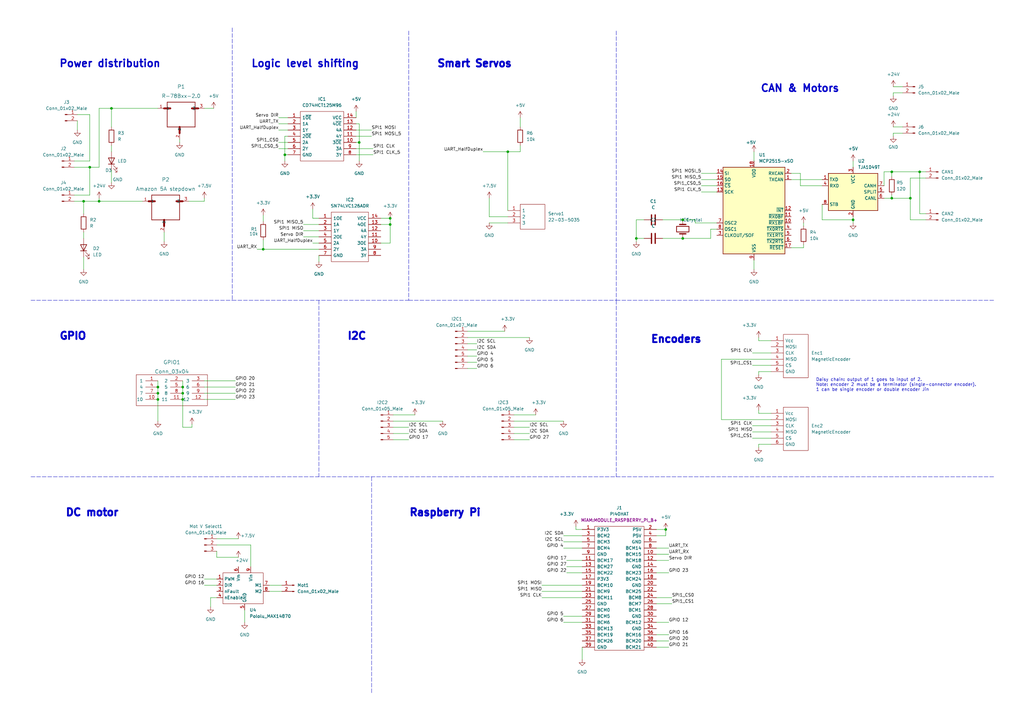
<source format=kicad_sch>
(kicad_sch (version 20211123) (generator eeschema)
  (paper "A3")
  (title_block (title "Secondary Robot PCB") (date "2022-12-04") (rev "1.0") (company "MiAM Robotics Inc."))
  (lib_symbols
    (symbol "Connector:Conn_01x02_Male" (pin_names (offset 1.016) hide)
      (property "Reference" "J" (at 0 2.54 0))
      (property "Value" "Conn_01x02_Male" (at 0 -5.08 0))
      (symbol "Conn_01x02_Male_1_1"
        (pin passive line (at 5.08 0 180) (length 3.81) (name "Pin_1") (number "1"))
        (pin passive line (at 5.08 -2.54 180) (length 3.81) (name "Pin_2") (number "2"))
      )
    )
    (symbol "Connector:Conn_01x03_Male" (pin_names (offset 1.016) hide)
      (property "Reference" "J" (at 0 5.08 0))
      (property "Value" "Conn_01x03_Male" (at 0 -5.08 0))
      (symbol "Conn_01x03_Male_1_1"
        (pin passive line (at 5.08 2.54 180) (length 3.81) (name "Pin_1") (number "1"))
        (pin passive line (at 5.08 0 180) (length 3.81) (name "Pin_2") (number "2"))
        (pin passive line (at 5.08 -2.54 180) (length 3.81) (name "Pin_3") (number "3"))
      )
    )
    (symbol "Connector:Conn_01x05_Male" (pin_names (offset 1.016) hide)
      (property "Reference" "J" (at 0 7.62 0))
      (property "Value" "Conn_01x05_Male" (at 0 -7.62 0))
      (symbol "Conn_01x05_Male_1_1"
        (pin passive line (at 5.08 5.08 180) (length 3.81) (name "Pin_1") (number "1"))
        (pin passive line (at 5.08 2.54 180) (length 3.81) (name "Pin_2") (number "2"))
        (pin passive line (at 5.08 0 180) (length 3.81) (name "Pin_3") (number "3"))
        (pin passive line (at 5.08 -2.54 180) (length 3.81) (name "Pin_4") (number "4"))
        (pin passive line (at 5.08 -5.08 180) (length 3.81) (name "Pin_5") (number "5"))
      )
    )
    (symbol "Connector:Conn_01x07_Male" (pin_names (offset 1.016) hide)
      (property "Reference" "J" (at 0 10.16 0))
      (property "Value" "Conn_01x07_Male" (at 0 -10.16 0))
      (symbol "Conn_01x07_Male_1_1"
        (pin passive line (at 5.08 7.62 180) (length 3.81) (name "Pin_1") (number "1"))
        (pin passive line (at 5.08 5.08 180) (length 3.81) (name "Pin_2") (number "2"))
        (pin passive line (at 5.08 2.54 180) (length 3.81) (name "Pin_3") (number "3"))
        (pin passive line (at 5.08 0 180) (length 3.81) (name "Pin_4") (number "4"))
        (pin passive line (at 5.08 -2.54 180) (length 3.81) (name "Pin_5") (number "5"))
        (pin passive line (at 5.08 -5.08 180) (length 3.81) (name "Pin_6") (number "6"))
        (pin passive line (at 5.08 -7.62 180) (length 3.81) (name "Pin_7") (number "7"))
      )
    )
    (symbol "Device:C" (pin_numbers hide) (pin_names (offset 0.254))
      (property "Reference" "C" (at 0.635 2.54 0))
      (property "Value" "C" (at 0.635 -2.54 0))
      (symbol "C_1_1"
        (pin passive line (at 0 3.81 270) (length 2.794) (name "~") (number "1"))
        (pin passive line (at 0 -3.81 90) (length 2.794) (name "~") (number "2"))
      )
    )
    (symbol "Device:Crystal" (pin_numbers hide) (pin_names (offset 1.016) hide)
      (property "Reference" "Y" (at 0 3.81 0))
      (property "Value" "Crystal" (at 0 -3.81 0))
      (symbol "Crystal_1_1"
        (pin passive line (at -3.81 0 0) (length 1.27) (name "1") (number "1"))
        (pin passive line (at 3.81 0 180) (length 1.27) (name "2") (number "2"))
      )
    )
    (symbol "Device:LED" (pin_numbers hide) (pin_names (offset 1.016) hide)
      (property "Reference" "D" (at 0 2.54 0))
      (property "Value" "LED" (at 0 -2.54 0))
      (symbol "LED_1_1"
        (pin passive line (at -3.81 0 0) (length 2.54) (name "K") (number "1"))
        (pin passive line (at 3.81 0 180) (length 2.54) (name "A") (number "2"))
      )
    )
    (symbol "Device:R" (pin_numbers hide) (pin_names (offset 0))
      (property "Reference" "R" (at 2.032 0 90))
      (property "Value" "R" (at 0 0 90))
      (symbol "R_1_1"
        (pin passive line (at 0 3.81 270) (length 1.27) (name "~") (number "1"))
        (pin passive line (at 0 -3.81 90) (length 1.27) (name "~") (number "2"))
      )
    )
    (symbol "Interface_CAN_LIN:MCP2515-xSO"
      (property "Reference" "U" (at -10.16 19.685 0))
      (property "Value" "MCP2515-xSO" (at 19.05 20.32 0))
      (symbol "MCP2515-xSO_1_1"
        (pin output line (at 15.24 12.7 180) (length 2.54) (name "TXCAN") (number "1"))
        (pin output line (at 15.24 -5.08 180) (length 2.54) (name "~{RX1BF}") (number "10"))
        (pin output line (at 15.24 -2.54 180) (length 2.54) (name "~{RX0BF}") (number "11"))
        (pin output line (at 15.24 0 180) (length 2.54) (name "~{INT}") (number "12"))
        (pin input line (at -15.24 7.62 0) (length 2.54) (name "SCK") (number "13"))
        (pin input line (at -15.24 15.24 0) (length 2.54) (name "SI") (number "14"))
        (pin output line (at -15.24 12.7 0) (length 2.54) (name "SO") (number "15"))
        (pin input line (at -15.24 10.16 0) (length 2.54) (name "~{CS}") (number "16"))
        (pin input line (at 15.24 -15.24 180) (length 2.54) (name "~{RESET}") (number "17"))
        (pin power_in line (at 0 20.32 270) (length 2.54) (name "VDD") (number "18"))
        (pin input line (at 15.24 15.24 180) (length 2.54) (name "RXCAN") (number "2"))
        (pin output line (at -15.24 -10.16 0) (length 2.54) (name "CLKOUT/SOF") (number "3"))
        (pin input line (at 15.24 -7.62 180) (length 2.54) (name "~{TX0RTS}") (number "4"))
        (pin input line (at 15.24 -10.16 180) (length 2.54) (name "~{TX1RTS}") (number "5"))
        (pin input line (at 15.24 -12.7 180) (length 2.54) (name "~{TX2RTS}") (number "6"))
        (pin output line (at -15.24 -5.08 0) (length 2.54) (name "OSC2") (number "7"))
        (pin input line (at -15.24 -7.62 0) (length 2.54) (name "OSC1") (number "8"))
        (pin power_in line (at 0 -20.32 90) (length 2.54) (name "VSS") (number "9"))
      )
    )
    (symbol "Interface_CAN_LIN:TJA1049T"
      (property "Reference" "U" (at -10.16 8.89 0))
      (property "Value" "TJA1049T" (at 1.27 8.89 0))
      (symbol "TJA1049T_1_1"
        (pin input line (at -12.7 5.08 0) (length 2.54) (name "TXD") (number "1"))
        (pin power_in line (at 0 -10.16 90) (length 2.54) (name "GND") (number "2"))
        (pin power_in line (at 0 10.16 270) (length 2.54) (name "VCC") (number "3"))
        (pin output line (at -12.7 2.54 0) (length 2.54) (name "RXD") (number "4"))
        (pin power_out line (at 12.7 0 180) (length 2.54) (name "SPLIT") (number "5"))
        (pin bidirectional line (at 12.7 -2.54 180) (length 2.54) (name "CANL") (number "6"))
        (pin bidirectional line (at 12.7 2.54 180) (length 2.54) (name "CANH") (number "7"))
        (pin input line (at -12.7 -5.08 0) (length 2.54) (name "STB") (number "8"))
      )
    )
    (symbol "MagneticEncoder_1" (pin_names (offset 0.762))
      (property "Reference" "J" (at 16.51 7.62 0))
      (property "Value" "MagneticEncoder_1" (at 16.51 5.08 0))
      (symbol "MagneticEncoder_1_0_0"
        (pin passive line (at 0 0 0) (length 5.08) (name "Vcc") (number "1"))
        (pin passive line (at 0 -2.54 0) (length 5.08) (name "MOSI") (number "2"))
        (pin passive line (at 0 -5.08 0) (length 5.08) (name "CLK") (number "3"))
        (pin passive line (at 0 -7.62 0) (length 5.08) (name "MISO") (number "4"))
        (pin passive line (at 0 -10.16 0) (length 5.08) (name "CS") (number "5"))
        (pin passive line (at 0 -12.7 0) (length 5.08) (name "GND") (number "6"))
      )
    )
    (symbol "MiAM:22-03-5035" (pin_names (offset 0.762))
      (property "Reference" "J" (at 16.51 7.62 0))
      (property "Value" "22-03-5035" (at 16.51 5.08 0))
      (symbol "22-03-5035_0_0"
        (pin passive line (at 0 0 0) (length 5.08) (name "1") (number "1"))
        (pin passive line (at 0 -2.54 0) (length 5.08) (name "2") (number "2"))
        (pin passive line (at 0 -5.08 0) (length 5.08) (name "3") (number "3"))
      )
    )
    (symbol "MiAM:Amazon 5A stepdown" (pin_names (offset 1.016))
      (property "Reference" "P" (at 0 2.54 0))
      (property "Value" "Amazon 5A stepdown" (at 0 0 0))
      (symbol "Amazon 5A stepdown_0_0"
        (pin passive line (at -8.89 2.54 0) (length 2.54) (name "1") (number "1"))
        (pin passive line (at 0 -10.16 90) (length 2.54) (name "2") (number "2"))
      )
      (symbol "Amazon 5A stepdown_1_1"
        (pin input line (at 10.16 2.54 180) (length 2.54) (name "3") (number "3"))
      )
    )
    (symbol "MiAM:CD74HCT125M96" (pin_names (offset 0.762))
      (property "Reference" "IC" (at 24.13 7.62 0))
      (property "Value" "CD74HCT125M96" (at 24.13 5.08 0))
      (symbol "CD74HCT125M96_0_0"
        (pin passive line (at 0 0 0) (length 5.08) (name "1~{OE}") (number "1"))
        (pin passive line (at 27.94 -10.16 180) (length 5.08) (name "3~{OE}") (number "10"))
        (pin passive line (at 27.94 -7.62 180) (length 5.08) (name "4Y") (number "11"))
        (pin passive line (at 27.94 -5.08 180) (length 5.08) (name "4A") (number "12"))
        (pin passive line (at 27.94 -2.54 180) (length 5.08) (name "4~{OE}") (number "13"))
        (pin passive line (at 27.94 0 180) (length 5.08) (name "VCC") (number "14"))
        (pin passive line (at 0 -2.54 0) (length 5.08) (name "1A") (number "2"))
        (pin passive line (at 0 -5.08 0) (length 5.08) (name "1Y") (number "3"))
        (pin passive line (at 0 -7.62 0) (length 5.08) (name "2~{OE}") (number "4"))
        (pin passive line (at 0 -10.16 0) (length 5.08) (name "2A") (number "5"))
        (pin passive line (at 0 -12.7 0) (length 5.08) (name "2Y") (number "6"))
        (pin passive line (at 0 -15.24 0) (length 5.08) (name "GND") (number "7"))
        (pin passive line (at 27.94 -15.24 180) (length 5.08) (name "3Y") (number "8"))
        (pin passive line (at 27.94 -12.7 180) (length 5.08) (name "3A") (number "9"))
      )
    )
    (symbol "MiAM:Conn_03x04" (pin_names (offset 1.016))
      (property "Reference" "C" (at 0 2.54 0))
      (property "Value" "Conn_03x04" (at 0 0 0))
      (symbol "Conn_03x04_1_1"
        (pin input line (at 6.35 -3.81 0) (length 5.08) (name "1") (number "1"))
        (pin input line (at 6.35 -11.43 0) (length 5.08) (name "10") (number "10"))
        (pin input line (at -3.81 -11.43 0) (length 5.08) (name "11") (number "11"))
        (pin input line (at -12.7 -11.43 0) (length 5.08) (name "12") (number "12"))
        (pin input line (at -3.81 -3.81 0) (length 5.08) (name "2") (number "2"))
        (pin input line (at -12.7 -3.81 0) (length 5.08) (name "3") (number "3"))
        (pin input line (at 6.35 -6.35 0) (length 5.08) (name "4") (number "4"))
        (pin input line (at -3.81 -6.35 0) (length 5.08) (name "5") (number "5"))
        (pin input line (at -12.7 -6.35 0) (length 5.08) (name "6") (number "6"))
        (pin input line (at 6.35 -8.89 0) (length 5.08) (name "7") (number "7"))
        (pin input line (at -3.81 -8.89 0) (length 5.08) (name "8") (number "8"))
        (pin input line (at -12.7 -8.89 0) (length 5.08) (name "9") (number "9"))
      )
    )
    (symbol "MiAM:MagneticEncoder" (pin_names (offset 0.762))
      (property "Reference" "J" (at 16.51 7.62 0))
      (property "Value" "MagneticEncoder" (at 16.51 5.08 0))
      (symbol "MagneticEncoder_0_0"
        (pin passive line (at 0 0 0) (length 5.08) (name "Vcc") (number "1"))
        (pin passive line (at 0 -2.54 0) (length 5.08) (name "MOSI") (number "2"))
        (pin passive line (at 0 -5.08 0) (length 5.08) (name "CLK") (number "3"))
        (pin passive line (at 0 -7.62 0) (length 5.08) (name "MISO") (number "4"))
        (pin passive line (at 0 -10.16 0) (length 5.08) (name "CS") (number "5"))
        (pin passive line (at 0 -12.7 0) (length 5.08) (name "GND") (number "6"))
      )
    )
    (symbol "MiAM:PI40HAT" (pin_names (offset 1.016))
      (property "Reference" "J" (at 8.89 2.54 0))
      (property "Value" "PI40HAT" (at -7.62 2.54 0))
      (property "Footprint" "MiAM:Socket_Strip_Straight_2x20" (at 0 5.08 0))
      (symbol "PI40HAT_1_1"
        (pin passive line (at -15.24 0 0) (length 5.08) (name "P3V3") (number "1"))
        (pin passive line (at 15.24 -10.16 180) (length 5.08) (name "BCM15") (number "10"))
        (pin passive line (at -15.24 -12.7 0) (length 5.08) (name "BCM17") (number "11"))
        (pin passive line (at 15.24 -12.7 180) (length 5.08) (name "BCM18") (number "12"))
        (pin passive line (at -15.24 -15.24 0) (length 5.08) (name "BCM27") (number "13"))
        (pin passive line (at 15.24 -15.24 180) (length 5.08) (name "GND") (number "14"))
        (pin passive line (at -15.24 -17.78 0) (length 5.08) (name "BCM22") (number "15"))
        (pin passive line (at 15.24 -17.78 180) (length 5.08) (name "BCM23") (number "16"))
        (pin passive line (at -15.24 -20.32 0) (length 5.08) (name "P3V3") (number "17"))
        (pin passive line (at 15.24 -20.32 180) (length 5.08) (name "BCM24") (number "18"))
        (pin passive line (at -15.24 -22.86 0) (length 5.08) (name "BCM10") (number "19"))
        (pin passive line (at 15.24 0 180) (length 5.08) (name "P5V") (number "2"))
        (pin passive line (at 15.24 -22.86 180) (length 5.08) (name "GND") (number "20"))
        (pin passive line (at -15.24 -25.4 0) (length 5.08) (name "BCM9") (number "21"))
        (pin passive line (at 15.24 -25.4 180) (length 5.08) (name "BCM25") (number "22"))
        (pin passive line (at -15.24 -27.94 0) (length 5.08) (name "BCM11") (number "23"))
        (pin passive line (at 15.24 -27.94 180) (length 5.08) (name "BCM8") (number "24"))
        (pin passive line (at -15.24 -30.48 0) (length 5.08) (name "GND") (number "25"))
        (pin passive line (at 15.24 -30.48 180) (length 5.08) (name "BCM7") (number "26"))
        (pin passive line (at -15.24 -33.02 0) (length 5.08) (name "BCM0") (number "27"))
        (pin passive line (at 15.24 -33.02 180) (length 5.08) (name "BCM1") (number "28"))
        (pin passive line (at -15.24 -35.56 0) (length 5.08) (name "BCM5") (number "29"))
        (pin passive line (at -15.24 -2.54 0) (length 5.08) (name "BCM2") (number "3"))
        (pin passive line (at 15.24 -35.56 180) (length 5.08) (name "GND") (number "30"))
        (pin passive line (at -15.24 -38.1 0) (length 5.08) (name "BCM6") (number "31"))
        (pin passive line (at 15.24 -38.1 180) (length 5.08) (name "BCM12") (number "32"))
        (pin passive line (at -15.24 -40.64 0) (length 5.08) (name "BCM13") (number "33"))
        (pin passive line (at 15.24 -40.64 180) (length 5.08) (name "GND") (number "34"))
        (pin passive line (at -15.24 -43.18 0) (length 5.08) (name "BCM19") (number "35"))
        (pin passive line (at 15.24 -43.18 180) (length 5.08) (name "BCM16") (number "36"))
        (pin passive line (at -15.24 -45.72 0) (length 5.08) (name "BCM26") (number "37"))
        (pin passive line (at 15.24 -45.72 180) (length 5.08) (name "BCM20") (number "38"))
        (pin passive line (at -15.24 -48.26 0) (length 5.08) (name "GND") (number "39"))
        (pin passive line (at 15.24 -2.54 180) (length 5.08) (name "P5V") (number "4"))
        (pin passive line (at 15.24 -48.26 180) (length 5.08) (name "BCM21") (number "40"))
        (pin passive line (at -15.24 -5.08 0) (length 5.08) (name "BCM3") (number "5"))
        (pin passive line (at 15.24 -5.08 180) (length 5.08) (name "GND") (number "6"))
        (pin passive line (at -15.24 -7.62 0) (length 5.08) (name "BCM4") (number "7"))
        (pin passive line (at 15.24 -7.62 180) (length 5.08) (name "BCM14") (number "8"))
        (pin passive line (at -15.24 -10.16 0) (length 5.08) (name "GND") (number "9"))
      )
    )
    (symbol "MiAM:Pololu_MAX14870"
      (property "Reference" "U" (at 0 0 0))
      (property "Value" "Pololu_MAX14870" (at 0 0 0))
      (symbol "Pololu_MAX14870_1_1"
        (pin input line (at -11.43 12.7 0) (length 2.54) (name "PWM") (number "1"))
        (pin input line (at -11.43 10.16 0) (length 2.54) (name "DIR") (number "2"))
        (pin input line (at -11.43 7.62 0) (length 2.54) (name "nFault") (number "3"))
        (pin input line (at -11.43 5.08 0) (length 2.54) (name "nEnable") (number "4"))
        (pin power_in line (at 0 0 90) (length 2.54) (name "GND") (number "5"))
        (pin power_in line (at -2.54 17.78 270) (length 2.54) (name "Vm") (number "6"))
        (pin output line (at 10.16 10.16 180) (length 2.54) (name "M1") (number "7"))
        (pin output line (at 10.16 7.62 180) (length 2.54) (name "M2") (number "8"))
        (pin power_in line (at 2.54 17.78 270) (length 2.54) (name "Vin") (number "9"))
      )
    )
    (symbol "MiAM:R-78Bxx-2.0" (pin_names (offset 1.016))
      (property "Reference" "P" (at 0 2.54 0))
      (property "Value" "R-78Bxx-2.0" (at 0 0 0))
      (symbol "R-78Bxx-2.0_0_0"
        (pin passive line (at -8.89 2.54 0) (length 2.54) (name "1") (number "1"))
        (pin passive line (at 0 -10.16 90) (length 2.54) (name "2") (number "2"))
      )
      (symbol "R-78Bxx-2.0_1_1"
        (pin input line (at 10.16 2.54 180) (length 2.54) (name "3") (number "3"))
      )
    )
    (symbol "MiAM:SN74LVC126ADR" (pin_names (offset 0.762))
      (property "Reference" "IC" (at 21.59 7.62 0))
      (property "Value" "SN74LVC126ADR" (at 21.59 5.08 0))
      (symbol "SN74LVC126ADR_0_0"
        (pin passive line (at 0 0 0) (length 5.08) (name "1OE") (number "1"))
        (pin passive line (at 25.4 -10.16 180) (length 5.08) (name "3OE") (number "10"))
        (pin passive line (at 25.4 -7.62 180) (length 5.08) (name "4Y") (number "11"))
        (pin passive line (at 25.4 -5.08 180) (length 5.08) (name "4A") (number "12"))
        (pin passive line (at 25.4 -2.54 180) (length 5.08) (name "4OE") (number "13"))
        (pin passive line (at 25.4 0 180) (length 5.08) (name "VCC") (number "14"))
        (pin passive line (at 0 -2.54 0) (length 5.08) (name "1A") (number "2"))
        (pin passive line (at 0 -5.08 0) (length 5.08) (name "1Y") (number "3"))
        (pin passive line (at 0 -7.62 0) (length 5.08) (name "2OE") (number "4"))
        (pin passive line (at 0 -10.16 0) (length 5.08) (name "2A") (number "5"))
        (pin passive line (at 0 -12.7 0) (length 5.08) (name "2Y") (number "6"))
        (pin passive line (at 0 -15.24 0) (length 5.08) (name "GND") (number "7"))
        (pin passive line (at 25.4 -15.24 180) (length 5.08) (name "3Y") (number "8"))
        (pin passive line (at 25.4 -12.7 180) (length 5.08) (name "3A") (number "9"))
      )
    )
    (symbol "power:+24V" (power) (pin_names (offset 0))
      (property "Value" "+24V" (at 0 3.556 0))
      (symbol "+24V_1_1"
        (pin power_in line (at 0 0 90) (length 0) hide (name "+24V") (number "1"))
      )
    )
    (symbol "power:+3.3V" (power) (pin_names (offset 0))
      (property "Value" "+3.3V" (at 0 3.556 0))
      (symbol "+3.3V_1_1"
        (pin power_in line (at 0 0 90) (length 0) hide (name "+3.3V") (number "1"))
      )
    )
    (symbol "power:+5V" (power) (pin_names (offset 0))
      (property "Value" "+5V" (at 0 3.556 0))
      (symbol "+5V_1_1"
        (pin power_in line (at 0 0 90) (length 0) hide (name "+5V") (number "1"))
      )
    )
    (symbol "power:+7.5V" (power) (pin_names (offset 0))
      (property "Value" "+7.5V" (at 0 3.556 0))
      (symbol "+7.5V_1_1"
        (pin power_in line (at 0 0 90) (length 0) hide (name "+7.5V") (number "1"))
      )
    )
    (symbol "power:GND" (power) (pin_names (offset 0))
      (property "Value" "GND" (at 0 -3.81 0))
      (symbol "GND_1_1"
        (pin power_in line (at 0 0 270) (length 0) hide (name "GND") (number "1"))
      )
    )
  )
  (junction (at 160.02 92.075))
  (junction (at 64.77 163.83))
  (junction (at 147.32 58.42))
  (junction (at 107.95 102.235))
  (junction (at 377.19 70.485))
  (junction (at 373.38 81.28))
  (junction (at 40.64 82.55))
  (junction (at 365.76 70.485))
  (junction (at 64.77 161.29))
  (junction (at 74.93 163.83))
  (junction (at 160.02 89.535))
  (junction (at 45.72 44.45))
  (junction (at 349.885 90.17))
  (junction (at 365.76 81.28))
  (junction (at 34.29 82.55))
  (junction (at 208.28 62.23))
  (junction (at 280.035 97.79))
  (junction (at 273.05 217.17))
  (junction (at 280.035 90.17))
  (junction (at 64.77 158.75))
  (junction (at 116.84 63.5))
  (junction (at 36.83 68.58))
  (junction (at 74.93 161.29))
  (junction (at 74.93 158.75))
  (junction (at 260.985 97.79))
  (wire (pts (xy 124.46 92.075) (xy 130.81 92.075)))
  (wire (pts (xy 191.77 143.51) (xy 195.58 143.51)))
  (wire (pts (xy 231.14 255.27) (xy 238.76 255.27)))
  (wire (pts (xy 377.19 70.485) (xy 377.19 87.63)))
  (wire (pts (xy 64.77 158.75) (xy 64.77 161.29)))
  (wire (pts (xy 156.21 99.695) (xy 160.02 99.695)))
  (wire (pts (xy 324.485 73.66) (xy 337.185 73.66)))
  (wire (pts (xy 370.205 54.61) (xy 366.395 54.61)))
  (wire (pts (xy 324.485 71.12) (xy 328.295 71.12)))
  (wire (pts (xy 74.93 175.26) (xy 78.74 175.26)))
  (wire (pts (xy 236.22 215.9) (xy 236.22 217.17)))
  (wire (pts (xy 36.83 68.58) (xy 36.83 80.01)))
  (wire (pts (xy 208.28 62.23) (xy 213.36 62.23)))
  (wire (pts (xy 311.15 152.4) (xy 311.15 153.67)))
  (wire (pts (xy 128.27 85.725) (xy 128.27 89.535)))
  (wire (pts (xy 308.61 174.625) (xy 316.23 174.625)))
  (wire (pts (xy 210.82 177.8) (xy 217.17 177.8)))
  (wire (pts (xy 269.24 234.95) (xy 274.32 234.95)))
  (wire (pts (xy 102.87 223.52) (xy 102.87 232.41)))
  (wire (pts (xy 329.565 91.44) (xy 329.565 92.71)))
  (wire (pts (xy 271.78 90.17) (xy 280.035 90.17)))
  (wire (pts (xy 269.24 247.65) (xy 275.59 247.65)))
  (wire (pts (xy 366.395 52.07) (xy 370.205 52.07)))
  (wire (pts (xy 146.05 50.8) (xy 147.32 50.8)))
  (wire (pts (xy 160.02 99.695) (xy 160.02 92.075)))
  (wire (pts (xy 337.185 90.17) (xy 349.885 90.17)))
  (wire (pts (xy 30.48 68.58) (xy 36.83 68.58)))
  (wire (pts (xy 287.655 71.12) (xy 294.005 71.12)))
  (wire (pts (xy 269.24 245.11) (xy 275.59 245.11)))
  (wire (pts (xy 31.75 49.53) (xy 31.75 53.34)))
  (wire (pts (xy 232.41 229.87) (xy 238.76 229.87)))
  (wire (pts (xy 36.83 66.04) (xy 30.48 66.04)))
  (wire (pts (xy 100.33 250.19) (xy 100.33 255.27)))
  (wire (pts (xy 34.29 82.55) (xy 40.64 82.55)))
  (wire (pts (xy 191.77 135.89) (xy 207.01 135.89)))
  (wire (pts (xy 231.14 222.25) (xy 238.76 222.25)))
  (wire (pts (xy 231.14 224.79) (xy 238.76 224.79)))
  (wire (pts (xy 124.46 97.155) (xy 130.81 97.155)))
  (wire (pts (xy 83.82 158.75) (xy 96.52 158.75)))
  (wire (pts (xy 116.84 55.88) (xy 116.84 63.5)))
  (wire (pts (xy 311.15 169.545) (xy 311.15 168.275)))
  (wire (pts (xy 88.9 223.52) (xy 102.87 223.52)))
  (wire (pts (xy 45.72 69.85) (xy 45.72 74.93)))
  (wire (pts (xy 78.74 175.26) (xy 78.74 173.99)))
  (wire (pts (xy 264.16 97.79) (xy 260.985 97.79)))
  (wire (pts (xy 366.395 35.56) (xy 370.205 35.56)))
  (wire (pts (xy 269.24 224.79) (xy 274.32 224.79)))
  (polyline (pts (xy 130.81 123.19) (xy 130.81 195.58)))
  (wire (pts (xy 311.15 139.7) (xy 311.15 138.43)))
  (wire (pts (xy 45.72 44.45) (xy 45.72 52.07)))
  (wire (pts (xy 36.83 68.58) (xy 40.64 68.58)))
  (wire (pts (xy 311.15 182.245) (xy 311.15 183.515)))
  (wire (pts (xy 73.66 57.15) (xy 73.66 58.42)))
  (wire (pts (xy 105.41 102.235) (xy 107.95 102.235)))
  (wire (pts (xy 147.32 58.42) (xy 146.05 58.42)))
  (wire (pts (xy 146.05 63.5) (xy 153.035 63.5)))
  (wire (pts (xy 373.38 73.025) (xy 373.38 81.28)))
  (polyline (pts (xy 95.25 123.19) (xy 167.64 123.19)))
  (wire (pts (xy 36.83 46.99) (xy 36.83 66.04)))
  (wire (pts (xy 83.82 161.29) (xy 96.52 161.29)))
  (wire (pts (xy 287.655 73.66) (xy 294.005 73.66)))
  (wire (pts (xy 365.76 70.485) (xy 377.19 70.485)))
  (wire (pts (xy 161.29 177.8) (xy 167.64 177.8)))
  (wire (pts (xy 88.9 245.11) (xy 86.36 245.11)))
  (wire (pts (xy 40.64 82.55) (xy 58.42 82.55)))
  (wire (pts (xy 309.245 62.23) (xy 309.245 66.04)))
  (wire (pts (xy 116.84 63.5) (xy 118.11 63.5)))
  (wire (pts (xy 231.14 219.71) (xy 238.76 219.71)))
  (wire (pts (xy 147.32 50.8) (xy 147.32 58.42)))
  (wire (pts (xy 309.245 106.68) (xy 309.245 110.49)))
  (wire (pts (xy 337.185 83.82) (xy 337.185 90.17)))
  (wire (pts (xy 365.76 81.28) (xy 362.585 81.28)))
  (wire (pts (xy 156.21 89.535) (xy 160.02 89.535)))
  (wire (pts (xy 83.82 163.83) (xy 96.52 163.83)))
  (wire (pts (xy 45.72 44.45) (xy 64.77 44.45)))
  (wire (pts (xy 191.77 140.97) (xy 195.58 140.97)))
  (wire (pts (xy 379.73 90.17) (xy 373.38 90.17)))
  (wire (pts (xy 285.115 90.17) (xy 280.035 90.17)))
  (wire (pts (xy 269.24 265.43) (xy 274.32 265.43)))
  (wire (pts (xy 83.82 237.49) (xy 88.9 237.49)))
  (wire (pts (xy 328.295 71.12) (xy 328.295 76.2)))
  (wire (pts (xy 308.61 179.705) (xy 316.23 179.705)))
  (wire (pts (xy 124.46 94.615) (xy 130.81 94.615)))
  (wire (pts (xy 231.14 252.73) (xy 238.76 252.73)))
  (wire (pts (xy 210.82 172.72) (xy 231.14 172.72)))
  (wire (pts (xy 107.95 98.425) (xy 107.95 102.235)))
  (wire (pts (xy 107.95 102.235) (xy 130.81 102.235)))
  (wire (pts (xy 74.93 161.29) (xy 74.93 163.83)))
  (wire (pts (xy 285.115 91.44) (xy 285.115 90.17)))
  (wire (pts (xy 208.28 88.9) (xy 200.66 88.9)))
  (polyline (pts (xy 12.7 123.19) (xy 95.25 123.19)))
  (wire (pts (xy 146.05 45.72) (xy 146.05 48.26)))
  (wire (pts (xy 328.295 76.2) (xy 337.185 76.2)))
  (wire (pts (xy 308.61 149.86) (xy 316.23 149.86)))
  (wire (pts (xy 366.395 54.61) (xy 366.395 55.88)))
  (wire (pts (xy 83.82 44.45) (xy 87.63 44.45)))
  (wire (pts (xy 379.73 70.485) (xy 377.19 70.485)))
  (wire (pts (xy 114.3 60.96) (xy 118.11 60.96)))
  (wire (pts (xy 260.985 97.79) (xy 260.985 99.06)))
  (wire (pts (xy 316.23 152.4) (xy 311.15 152.4)))
  (wire (pts (xy 30.48 80.01) (xy 36.83 80.01)))
  (wire (pts (xy 269.24 229.87) (xy 274.32 229.87)))
  (wire (pts (xy 200.66 88.9) (xy 200.66 81.28)))
  (wire (pts (xy 30.48 82.55) (xy 34.29 82.55)))
  (wire (pts (xy 146.05 55.88) (xy 152.4 55.88)))
  (wire (pts (xy 287.655 76.2) (xy 294.005 76.2)))
  (wire (pts (xy 161.29 170.18) (xy 170.18 170.18)))
  (wire (pts (xy 74.93 156.21) (xy 74.93 158.75)))
  (wire (pts (xy 40.64 81.28) (xy 40.64 82.55)))
  (wire (pts (xy 161.29 175.26) (xy 167.64 175.26)))
  (wire (pts (xy 291.465 93.98) (xy 291.465 97.79)))
  (wire (pts (xy 349.885 88.9) (xy 349.885 90.17)))
  (wire (pts (xy 147.32 58.42) (xy 147.32 66.04)))
  (wire (pts (xy 269.24 260.35) (xy 274.32 260.35)))
  (wire (pts (xy 308.61 177.165) (xy 316.23 177.165)))
  (wire (pts (xy 74.93 158.75) (xy 74.93 161.29)))
  (wire (pts (xy 191.77 151.13) (xy 195.58 151.13)))
  (wire (pts (xy 67.31 95.25) (xy 67.31 99.06)))
  (wire (pts (xy 191.77 146.05) (xy 195.58 146.05)))
  (wire (pts (xy 77.47 82.55) (xy 83.82 82.55)))
  (wire (pts (xy 324.485 101.6) (xy 329.565 101.6)))
  (wire (pts (xy 200.66 91.44) (xy 208.28 91.44)))
  (wire (pts (xy 45.72 59.69) (xy 45.72 62.23)))
  (wire (pts (xy 64.77 161.29) (xy 64.77 163.83)))
  (wire (pts (xy 114.3 58.42) (xy 118.11 58.42)))
  (wire (pts (xy 232.41 234.95) (xy 238.76 234.95)))
  (wire (pts (xy 64.77 163.83) (xy 64.77 172.72)))
  (wire (pts (xy 210.82 170.18) (xy 219.71 170.18)))
  (wire (pts (xy 222.25 242.57) (xy 238.76 242.57)))
  (wire (pts (xy 83.82 82.55) (xy 83.82 81.28)))
  (wire (pts (xy 88.9 220.98) (xy 97.79 220.98)))
  (wire (pts (xy 114.3 48.26) (xy 118.11 48.26)))
  (wire (pts (xy 114.3 53.34) (xy 118.11 53.34)))
  (wire (pts (xy 208.28 62.23) (xy 208.28 86.36)))
  (wire (pts (xy 34.29 82.55) (xy 34.29 87.63)))
  (wire (pts (xy 365.76 81.28) (xy 373.38 81.28)))
  (wire (pts (xy 88.9 228.6) (xy 97.79 228.6)))
  (wire (pts (xy 295.91 147.32) (xy 316.23 147.32)))
  (wire (pts (xy 86.36 245.11) (xy 86.36 248.92)))
  (wire (pts (xy 64.77 156.21) (xy 64.77 158.75)))
  (polyline (pts (xy 252.73 123.19) (xy 407.67 123.19)))
  (wire (pts (xy 161.29 180.34) (xy 167.64 180.34)))
  (wire (pts (xy 128.27 99.695) (xy 130.81 99.695)))
  (wire (pts (xy 83.82 240.03) (xy 88.9 240.03)))
  (wire (pts (xy 365.76 70.485) (xy 365.76 72.39)))
  (wire (pts (xy 31.75 46.99) (xy 36.83 46.99)))
  (wire (pts (xy 34.29 95.25) (xy 34.29 97.79)))
  (wire (pts (xy 366.395 38.1) (xy 366.395 39.37)))
  (wire (pts (xy 110.49 240.03) (xy 115.57 240.03)))
  (wire (pts (xy 271.78 97.79) (xy 280.035 97.79)))
  (wire (pts (xy 74.93 163.83) (xy 74.93 175.26)))
  (wire (pts (xy 222.25 240.03) (xy 238.76 240.03)))
  (wire (pts (xy 130.81 104.775) (xy 130.81 107.315)))
  (wire (pts (xy 160.02 89.535) (xy 160.02 92.075)))
  (wire (pts (xy 316.23 172.085) (xy 295.91 172.085)))
  (wire (pts (xy 316.23 169.545) (xy 311.15 169.545)))
  (wire (pts (xy 269.24 255.27) (xy 274.32 255.27)))
  (wire (pts (xy 146.05 53.34) (xy 152.4 53.34)))
  (polyline (pts (xy 167.64 12.7) (xy 167.64 123.19)))
  (wire (pts (xy 329.565 101.6) (xy 329.565 100.33)))
  (wire (pts (xy 128.27 89.535) (xy 130.81 89.535)))
  (wire (pts (xy 287.655 78.74) (xy 294.005 78.74)))
  (wire (pts (xy 83.82 156.21) (xy 96.52 156.21)))
  (polyline (pts (xy 252.73 123.19) (xy 252.73 195.58)))
  (wire (pts (xy 118.11 55.88) (xy 116.84 55.88)))
  (wire (pts (xy 349.885 66.04) (xy 349.885 68.58)))
  (wire (pts (xy 161.29 172.72) (xy 181.61 172.72)))
  (wire (pts (xy 88.9 226.06) (xy 88.9 228.6)))
  (wire (pts (xy 294.005 91.44) (xy 285.115 91.44)))
  (polyline (pts (xy 152.4 195.58) (xy 152.4 284.48)))
  (wire (pts (xy 291.465 97.79) (xy 280.035 97.79)))
  (wire (pts (xy 238.76 265.43) (xy 238.76 270.51)))
  (wire (pts (xy 308.61 144.78) (xy 316.23 144.78)))
  (polyline (pts (xy 167.64 123.19) (xy 252.73 123.19)))
  (wire (pts (xy 198.12 62.23) (xy 208.28 62.23)))
  (wire (pts (xy 232.41 232.41) (xy 238.76 232.41)))
  (wire (pts (xy 191.77 138.43) (xy 217.17 138.43)))
  (wire (pts (xy 365.76 80.01) (xy 365.76 81.28)))
  (wire (pts (xy 107.95 88.265) (xy 107.95 90.805)))
  (wire (pts (xy 269.24 262.89) (xy 274.32 262.89)))
  (wire (pts (xy 316.23 139.7) (xy 311.15 139.7)))
  (wire (pts (xy 213.36 48.26) (xy 213.36 52.07)))
  (wire (pts (xy 40.64 44.45) (xy 45.72 44.45)))
  (wire (pts (xy 365.76 70.485) (xy 362.585 70.485)))
  (polyline (pts (xy 12.7 195.58) (xy 407.67 195.58)))
  (wire (pts (xy 156.21 92.075) (xy 160.02 92.075)))
  (wire (pts (xy 264.16 90.17) (xy 260.985 90.17)))
  (wire (pts (xy 146.05 60.96) (xy 153.035 60.96)))
  (wire (pts (xy 349.885 90.17) (xy 349.885 91.44)))
  (wire (pts (xy 269.24 219.71) (xy 273.05 219.71)))
  (wire (pts (xy 273.05 219.71) (xy 273.05 217.17)))
  (wire (pts (xy 236.22 217.17) (xy 238.76 217.17)))
  (wire (pts (xy 191.77 148.59) (xy 195.58 148.59)))
  (wire (pts (xy 114.3 50.8) (xy 118.11 50.8)))
  (wire (pts (xy 116.84 63.5) (xy 116.84 66.04)))
  (wire (pts (xy 210.82 175.26) (xy 217.17 175.26)))
  (wire (pts (xy 373.38 81.28) (xy 373.38 90.17)))
  (wire (pts (xy 295.91 172.085) (xy 295.91 147.32)))
  (wire (pts (xy 222.25 245.11) (xy 238.76 245.11)))
  (wire (pts (xy 370.205 38.1) (xy 366.395 38.1)))
  (wire (pts (xy 40.64 68.58) (xy 40.64 44.45)))
  (wire (pts (xy 210.82 180.34) (xy 217.17 180.34)))
  (polyline (pts (xy 95.25 11.43) (xy 95.25 123.19)))
  (wire (pts (xy 379.73 87.63) (xy 377.19 87.63)))
  (wire (pts (xy 362.585 70.485) (xy 362.585 76.2)))
  (wire (pts (xy 34.29 105.41) (xy 34.29 110.49)))
  (wire (pts (xy 110.49 242.57) (xy 115.57 242.57)))
  (wire (pts (xy 379.73 73.025) (xy 373.38 73.025)))
  (wire (pts (xy 260.985 90.17) (xy 260.985 97.79)))
  (wire (pts (xy 294.005 93.98) (xy 291.465 93.98)))
  (wire (pts (xy 269.24 227.33) (xy 274.32 227.33)))
  (wire (pts (xy 316.23 182.245) (xy 311.15 182.245)))
  (wire (pts (xy 213.36 59.69) (xy 213.36 62.23)))
  (wire (pts (xy 269.24 217.17) (xy 273.05 217.17)))
  (polyline (pts (xy 252.73 12.7) (xy 252.73 123.19)))
  (text "Encoders" (at 266.7 140.97 0) (effects (font (size 3 3) (thickness 0.8) bold) (justify left bottom)))
  (text "Raspberry Pi" (at 167.64 212.09 0) (effects (font (size 3 3) (thickness 0.8) bold) (justify left bottom)))
  (text "GPIO" (at 24.13 139.7 0) (effects (font (size 3 3) (thickness 0.8) bold) (justify left bottom)))
  (text "I2C" (at 142.24 139.7 0) (effects (font (size 3 3) (thickness 0.8) bold) (justify left bottom)))
  (text "Smart Servos" (at 179.07 27.94 0) (effects (font (size 3 3) (thickness 0.8) bold) (justify left bottom)))
  (text "Power distribution" (at 24.13 27.94 0) (effects (font (size 3 3) (thickness 0.6) bold) (justify left bottom)))
  (text "Logic level shifting" (at 102.87 27.94 0) (effects (font (size 3 3) (thickness 0.6) bold) (justify left bottom)))
  (text "DC motor" (at 26.67 212.09 0) (effects (font (size 3 3) (thickness 0.8) bold) (justify left bottom)))
  (text "Daisy chain: output of 1 goes to input of 2.\nNote: encoder 2 must be a terminator (single-connector encoder).\n1 can be single encoder or double encoder Jin" (at 334.645 160.655 0) (effects (font (size 1.27 1.27)) (justify left bottom)))
  (text "CAN & Motors" (at 311.785 38.1 0) (effects (font (size 3 3) (thickness 0.6) bold) (justify left bottom)))
  (label "Servo DIR" (at 124.46 97.155 180))
  (label "GPIO 21" (at 96.52 158.75 0))
  (label "SPI1 CLK" (at 153.035 60.96 0))
  (label "GPIO 6" (at 231.14 255.27 180))
  (label "I2C SCL" (at 231.14 222.25 180))
  (label "GPIO 27" (at 232.41 232.41 180))
  (label "I2C SCL" (at 195.58 140.97 0))
  (label "UART_HalfDuplex" (at 114.3 53.34 180))
  (label "SPI1 MISO_5" (at 287.655 73.66 180))
  (label "GPIO 20" (at 274.32 262.89 0))
  (label "GPIO 22" (at 232.41 234.95 180))
  (label "GPIO 16" (at 274.32 260.35 0))
  (label "GPIO 5" (at 231.14 252.73 180))
  (label "UART_HalfDuplex" (at 128.27 99.695 180))
  (label "SPI1_CS0_5" (at 114.3 60.96 180))
  (label "SPI1 MOSI" (at 152.4 53.34 0))
  (label "I2C SDA" (at 231.14 219.71 180))
  (label "UART_RX" (at 274.32 227.33 0))
  (label "SPI1_CS0_5" (at 287.655 76.2 180))
  (label "GPIO 12" (at 83.82 237.49 180))
  (label "SPI1_CS1" (at 308.61 179.705 180))
  (label "Servo DIR" (at 274.32 229.87 0))
  (label "Servo DIR" (at 114.3 48.26 180))
  (label "SPI1 CLK" (at 222.25 245.11 180))
  (label "SPI1 MOSI" (at 222.25 240.03 180))
  (label "GPIO 4" (at 231.14 224.79 180))
  (label "UART_TX" (at 274.32 224.79 0))
  (label "SPI1 MOSI_5" (at 152.4 55.88 0))
  (label "GPIO 12" (at 274.32 255.27 0))
  (label "I2C SDA" (at 167.64 177.8 0))
  (label "GPIO 23" (at 96.52 163.83 0))
  (label "GPIO 23" (at 274.32 234.95 0))
  (label "GPIO 6" (at 195.58 151.13 0))
  (label "SPI1_CS1" (at 308.61 149.86 180))
  (label "GPIO 20" (at 96.52 156.21 0))
  (label "GPIO 17" (at 232.41 229.87 180))
  (label "I2C SDA" (at 195.58 143.51 0))
  (label "UART_RX" (at 105.41 102.235 180))
  (label "SPI1 CLK_5" (at 287.655 78.74 180))
  (label "GPIO 17" (at 167.64 180.34 0))
  (label "SPI1 CLK" (at 308.61 174.625 180))
  (label "I2C SCL" (at 217.17 175.26 0))
  (label "SPI1 CLK_5" (at 153.035 63.5 0))
  (label "SPI1_CS1" (at 275.59 247.65 0))
  (label "SPI1_CS0" (at 114.3 58.42 180))
  (label "SPI1 CLK" (at 308.61 144.78 180))
  (label "GPIO 27" (at 217.17 180.34 0))
  (label "GPIO 4" (at 195.58 146.05 0))
  (label "SPI1_CS0" (at 275.59 245.11 0))
  (label "GPIO 21" (at 274.32 265.43 0))
  (label "I2C SCL" (at 167.64 175.26 0))
  (label "GPIO 5" (at 195.58 148.59 0))
  (label "SPI1 MISO" (at 124.46 94.615 180))
  (label "SPI1 MOSI_5" (at 287.655 71.12 180))
  (label "UART_HalfDuplex" (at 198.12 62.23 180))
  (label "UART_TX" (at 114.3 50.8 180))
  (label "GPIO 16" (at 83.82 240.03 180))
  (label "SPI1 MISO" (at 222.25 242.57 180))
  (label "SPI1 MISO" (at 308.61 177.165 180))
  (label "I2C SDA" (at 217.17 177.8 0))
  (label "SPI1 MISO_5" (at 124.46 92.075 180))
  (label "GPIO 22" (at 96.52 161.29 0))
  (symbol (lib_id "power:+7.5V") (at 97.79 220.98 0) (unit 1)
    (property "Reference" "#PWR0141" (effects hide))
    (property "Value" "+7.5V" (at 101.6 219.71 0))
  )
  (symbol (lib_id "power:+3.3V") (at 236.22 215.9 0) (unit 1)
    (property "Reference" "#PWR0120" (effects hide))
    (property "Value" "+3.3V" (at 232.41 210.82 0))
  )
  (symbol (lib_id "power:+5V") (at 273.05 217.17 0) (unit 1)
    (property "Reference" "#PWR0102" (effects hide))
    (property "Value" "+5V" (at 273.05 212.09 0))
  )
  (symbol (lib_id "Device:R") (at 213.36 55.88 180) (unit 1)
    (property "Reference" "R6" (at 215.9 54.6099 0) (effects (justify right)))
    (property "Value" "10k" (at 215.9 57.1499 0) (effects (justify right)))
    (property "Footprint" "Resistor_SMD:R_0805_2012Metric" (effects hide))
  )
  (symbol (lib_id "power:+5V") (at 87.63 44.45 0) (unit 1)
    (property "Reference" "#PWR0108" (effects hide))
    (property "Value" "+5V" (at 87.63 39.37 0))
  )
  (symbol (lib_id "power:GND") (at 200.66 91.44 0) (unit 1)
    (property "Reference" "#PWR0142" (effects hide))
    (property "Value" "GND" (at 200.66 96.52 0))
  )
  (symbol (lib_id "power:GND") (at 311.15 153.67 0) (unit 1)
    (property "Reference" "#PWR0132" (effects hide))
    (property "Value" "GND" (at 311.15 158.75 0))
  )
  (symbol (lib_id "power:GND") (at 366.395 39.37 0) (unit 1)
    (property "Reference" "#PWR0114" (effects hide))
    (property "Value" "GND" (at 366.395 44.45 0))
  )
  (symbol (lib_id "Connector:Conn_01x02_Male") (at 120.65 240.03 0) (mirror y) (unit 1)
    (property "Reference" "Mot1" (at 121.92 240.0299 0) (effects (justify right)))
    (property "Value" "Conn_01x02_Male" (at 121.92 242.5699 0) (effects (justify right)))
    (property "Footprint" "Connector_PinHeader_2.54mm:PinHeader_1x02_P2.54mm_Vertical" (effects hide))
  )
  (symbol (lib_id "Interface_CAN_LIN:MCP2515-xSO") (at 309.245 86.36 0) (unit 1)
    (property "Reference" "U1" (at 311.2644 63.5 0) (effects (justify left)))
    (property "Value" "MCP2515-xSO" (at 311.2644 66.04 0) (effects (justify left)))
    (property "Footprint" "Package_SO:SOIC-18W_7.5x11.6mm_P1.27mm" (effects hide))
    (property "Datasheet" "http://ww1.microchip.com/downloads/en/DeviceDoc/21801e.pdf" (effects hide))
  )
  (symbol (lib_id "Connector:Conn_01x02_Male") (at 384.81 70.485 0) (mirror y) (unit 1)
    (property "Reference" "CAN1" (at 386.08 70.4849 0) (effects (justify right)))
    (property "Value" "Conn_01x02_Male" (at 386.08 73.0249 0) (effects (justify right)))
    (property "Footprint" "Connector_PinHeader_2.54mm:PinHeader_1x02_P2.54mm_Vertical" (effects hide))
  )
  (symbol (lib_id "power:GND") (at 260.985 99.06 0) (unit 1)
    (property "Reference" "#PWR0117" (effects hide))
    (property "Value" "GND" (at 260.985 104.14 0))
  )
  (symbol (lib_id "power:GND") (at 217.17 138.43 0) (unit 1)
    (property "Reference" "#PWR0129" (effects hide))
    (property "Value" "GND" (at 217.17 143.51 0))
  )
  (symbol (lib_id "power:+5V") (at 309.245 62.23 0) (unit 1)
    (property "Reference" "#PWR0118" (effects hide))
    (property "Value" "+5V" (at 307.975 58.42 0))
  )
  (symbol (lib_id "MiAM:Conn_03x04") (at 71.12 152.4 0) (mirror y) (unit 1)
    (property "Reference" "GPIO1" (at 70.485 148.59 0) (effects (font (size 1.524 1.524))))
    (property "Value" "Conn_03x04" (at 70.485 152.4 0) (effects (font (size 1.524 1.524))))
    (property "Footprint" "MiAM:Pin_Header_Straight_3x04_Pitch2.54mm" (effects hide))
  )
  (symbol (lib_id "power:GND") (at 64.77 172.72 0) (unit 1)
    (property "Reference" "#PWR0130" (effects hide))
    (property "Value" "GND" (at 64.77 177.8 0))
  )
  (symbol (lib_id "Device:R") (at 365.76 76.2 180) (unit 1)
    (property "Reference" "R5" (at 367.665 74.93 0) (effects (justify right)))
    (property "Value" "120" (at 367.665 77.47 0) (effects (justify right)))
    (property "Footprint" "Resistor_SMD:R_0805_2012Metric" (effects hide))
  )
  (symbol (lib_id "MiAM:R-78Bxx-2.0") (at 73.66 46.99 0) (unit 1)
    (property "Reference" "P1" (at 74.295 35.56 0) (effects (font (size 1.524 1.524))))
    (property "Value" "R-78Bxx-2.0" (at 74.295 39.37 0) (effects (font (size 1.524 1.524))))
    (property "Footprint" "MiAM:CONV_R-78Bxx-2.0" (effects hide))
    (property "RS" "139-2959" (effects hide))
    (property "Field5" "RS  139-2959" (effects hide))
  )
  (symbol (lib_id "power:+24V") (at 40.64 81.28 0) (unit 1)
    (property "Reference" "#PWR0111" (effects hide))
    (property "Value" "+24V" (at 40.64 76.2 0))
  )
  (symbol (lib_id "power:+5V") (at 213.36 48.26 0) (unit 1)
    (property "Reference" "#PWR0139" (effects hide))
    (property "Value" "+5V" (at 213.36 43.18 0))
  )
  (symbol (lib_id "Connector:Conn_01x05_Male") (at 156.21 175.26 0) (unit 1)
    (property "Reference" "I2C2" (at 156.845 165.1 0))
    (property "Value" "Conn_01x05_Male" (at 156.845 167.64 0))
    (property "Footprint" "Connector_PinHeader_2.54mm:PinHeader_1x05_P2.54mm_Vertical" (effects hide))
  )
  (symbol (lib_id "power:GND") (at 349.885 91.44 0) (unit 1)
    (property "Reference" "#PWR0125" (effects hide))
    (property "Value" "GND" (at 349.885 96.52 0))
  )
  (symbol (lib_id "power:GND") (at 238.76 270.51 0) (unit 1)
    (property "Reference" "#PWR0101" (effects hide))
    (property "Value" "GND" (at 238.76 275.59 0))
  )
  (symbol (lib_id "MiAM:CD74HCT125M96") (at 118.11 48.26 0) (unit 1)
    (property "Reference" "IC1" (at 132.08 40.64 0))
    (property "Value" "CD74HCT125M96" (at 132.08 43.18 0))
    (property "Footprint" "MiAM:SOIC127P600X175-14N" (effects hide))
    (property "Datasheet" "http://www.ti.com/lit/gpn/cd74hct125" (effects hide))
    (property "RS part number" " 662-7235" (effects hide))
    (property "Manufacturer_Part_Number" "CD74HCT125M96" (effects hide))
  )
  (symbol (lib_id "power:+3.3V") (at 107.95 88.265 0) (unit 1)
    (property "Reference" "#PWR?" (effects hide))
    (property "Value" "+3.3V" (at 107.95 83.185 0))
  )
  (symbol (lib_id "power:GND") (at 45.72 74.93 0) (unit 1)
    (property "Reference" "#PWR0112" (effects hide))
    (property "Value" "GND" (at 48.26 73.66 0))
  )
  (symbol (lib_id "power:+3.3V") (at 311.15 138.43 0) (unit 1)
    (property "Reference" "#PWR0133" (effects hide))
    (property "Value" "+3.3V" (at 307.34 133.35 0))
  )
  (symbol (lib_id "Connector:Conn_01x02_Male") (at 25.4 66.04 0) (unit 1)
    (property "Reference" "J2" (at 26.035 60.96 0))
    (property "Value" "Conn_01x02_Male" (at 26.035 63.5 0))
    (property "Footprint" "MiAM:XT30UM" (effects hide))
  )
  (symbol (lib_id "power:GND") (at 311.15 183.515 0) (unit 1)
    (property "Reference" "#PWR0147" (effects hide))
    (property "Value" "GND" (at 311.15 188.595 0))
  )
  (symbol (lib_id "power:+5V") (at 349.885 66.04 0) (unit 1)
    (property "Reference" "#PWR0124" (effects hide))
    (property "Value" "+5V" (at 349.885 60.96 0))
  )
  (symbol (lib_id "power:+3.3V") (at 170.18 170.18 0) (unit 1)
    (property "Reference" "#PWR0127" (effects hide))
    (property "Value" "+3.3V" (at 171.45 165.1 0))
  )
  (symbol (lib_id "power:+3.3V") (at 311.15 168.275 0) (unit 1)
    (property "Reference" "#PWR0148" (effects hide))
    (property "Value" "+3.3V" (at 307.34 163.195 0))
  )
  (symbol (lib_id "power:GND") (at 86.36 248.92 0) (unit 1)
    (property "Reference" "#PWR0137" (effects hide))
    (property "Value" "GND" (at 86.36 254 0))
  )
  (symbol (lib_id "power:GND") (at 130.81 107.315 0) (unit 1)
    (property "Reference" "#PWR0106" (effects hide))
    (property "Value" "GND" (at 130.81 112.395 0))
  )
  (symbol (lib_id "Connector:Conn_01x02_Male") (at 375.285 52.07 0) (mirror y) (unit 1)
    (property "Reference" "J6" (at 376.555 52.0699 0) (effects (justify right)))
    (property "Value" "Conn_01x02_Male" (at 376.555 54.6099 0) (effects (justify right)))
    (property "Footprint" "MiAM:XT30UM" (effects hide))
  )
  (symbol (lib_id "Device:LED") (at 34.29 101.6 90) (unit 1)
    (property "Reference" "D2" (at 38.1 101.9174 90) (effects (justify right)))
    (property "Value" "LED" (at 38.1 104.4574 90) (effects (justify right)))
    (property "Footprint" "LED_THT:LED_D3.0mm" (effects hide))
  )
  (symbol (lib_id "power:GND") (at 34.29 110.49 0) (unit 1)
    (property "Reference" "#PWR0107" (effects hide))
    (property "Value" "GND" (at 34.29 115.57 0))
  )
  (symbol (lib_id "Connector:Conn_01x02_Male") (at 384.81 87.63 0) (mirror y) (unit 1)
    (property "Reference" "CAN2" (at 386.08 87.6299 0) (effects (justify right)))
    (property "Value" "Conn_01x02_Male" (at 386.08 90.1699 0) (effects (justify right)))
    (property "Footprint" "Connector_PinHeader_2.54mm:PinHeader_1x02_P2.54mm_Vertical" (effects hide))
  )
  (symbol (lib_id "Device:C") (at 267.97 90.17 90) (unit 1)
    (property "Reference" "C1" (at 267.97 82.55 90))
    (property "Value" "C" (at 267.97 85.09 90))
    (property "Footprint" "Capacitor_THT:C_Disc_D8.0mm_W5.0mm_P10.00mm" (effects hide))
    (property "RS" "    736-8833" (effects hide))
  )
  (symbol (lib_id "power:GND") (at 309.245 110.49 0) (unit 1)
    (property "Reference" "#PWR0144" (effects hide))
    (property "Value" "GND" (at 309.245 115.57 0))
  )
  (symbol (lib_id "Device:R") (at 45.72 55.88 180) (unit 1)
    (property "Reference" "R3" (at 48.26 54.6099 0) (effects (justify right)))
    (property "Value" "R" (at 48.26 57.1499 0) (effects (justify right)))
    (property "Footprint" "Resistor_SMD:R_0805_2012Metric" (effects hide))
  )
  (symbol (lib_id "Device:R") (at 34.29 91.44 180) (unit 1)
    (property "Reference" "R2" (at 36.83 90.1699 0) (effects (justify right)))
    (property "Value" "R" (at 36.83 92.7099 0) (effects (justify right)))
    (property "Footprint" "Resistor_SMD:R_0805_2012Metric" (effects hide))
  )
  (symbol (lib_id "Device:Crystal") (at 280.035 93.98 90) (unit 1)
    (property "Reference" "HC1" (at 278.7649 90.17 90) (effects (justify right)))
    (property "Value" "Crystal" (at 281.3049 90.17 90) (effects (justify right)))
    (property "Footprint" "Crystal:Crystal_HC49-4H_Vertical" (effects hide))
    (property "RS" "693-8819" (effects hide))
  )
  (symbol (lib_id "Device:C") (at 267.97 97.79 90) (unit 1)
    (property "Reference" "C2" (at 267.97 90.17 90))
    (property "Value" "C" (at 267.97 92.71 90))
    (property "Footprint" "Capacitor_THT:C_Disc_D8.0mm_W5.0mm_P10.00mm" (effects hide))
    (property "RS" "    736-8833" (effects hide))
  )
  (symbol (lib_id "power:+24V") (at 366.395 35.56 0) (unit 1)
    (property "Reference" "#PWR0115" (effects hide))
    (property "Value" "+24V" (at 366.395 30.48 0))
  )
  (symbol (lib_id "power:+3.3V") (at 78.74 173.99 0) (unit 1)
    (property "Reference" "#PWR0131" (effects hide))
    (property "Value" "+3.3V" (at 80.01 168.91 0))
  )
  (symbol (lib_id "power:+7.5V") (at 200.66 81.28 0) (unit 1)
    (property "Reference" "#PWR0143" (effects hide))
    (property "Value" "+7.5V" (at 200.66 76.2 0))
  )
  (symbol (lib_id "Connector:Conn_01x02_Male") (at 375.285 35.56 0) (mirror y) (unit 1)
    (property "Reference" "J5" (at 376.555 35.5599 0) (effects (justify right)))
    (property "Value" "Conn_01x02_Male" (at 376.555 38.0999 0) (effects (justify right)))
    (property "Footprint" "MiAM:XT30UM" (effects hide))
  )
  (symbol (lib_id "MiAM:PI40HAT") (at 254 217.17 0) (unit 1)
    (property "Reference" "J1" (at 254 208.28 0))
    (property "Value" "PI40HAT" (at 254 210.82 0))
    (property "Footprint" "MiAM:MODULE_RASPBERRY_PI_B+" (at 254 213.36 0))
  )
  (symbol (lib_id "Connector:Conn_01x02_Male") (at 25.4 80.01 0) (unit 1)
    (property "Reference" "J4" (at 26.035 74.93 0))
    (property "Value" "Conn_01x02_Male" (at 26.035 77.47 0))
    (property "Footprint" "MiAM:XT30UM" (effects hide))
  )
  (symbol (lib_id "Connector:Conn_01x05_Male") (at 205.74 175.26 0) (unit 1)
    (property "Reference" "I2C3" (at 206.375 165.1 0))
    (property "Value" "Conn_01x05_Male" (at 206.375 167.64 0))
    (property "Footprint" "Connector_PinHeader_2.54mm:PinHeader_1x05_P2.54mm_Vertical" (effects hide))
  )
  (symbol (lib_id "Interface_CAN_LIN:TJA1049T") (at 349.885 78.74 0) (unit 1)
    (property "Reference" "U2" (at 351.9044 66.04 0) (effects (justify left)))
    (property "Value" "TJA1049T" (at 351.9044 68.58 0) (effects (justify left)))
    (property "Footprint" "Package_SO:SOIC-8_3.9x4.9mm_P1.27mm" (effects hide))
    (property "Datasheet" "http://www.nxp.com/documents/data_sheet/TJA1049.pdf" (effects hide))
    (property "RS" "    219-4670" (effects hide))
  )
  (symbol (lib_id "MiAM:Amazon 5A stepdown") (at 67.31 85.09 0) (unit 1)
    (property "Reference" "P2" (at 67.945 73.66 0) (effects (font (size 1.524 1.524))))
    (property "Value" "Amazon 5A stepdown" (at 67.945 77.47 0) (effects (font (size 1.524 1.524))))
    (property "Footprint" "MiAM:StepDown5A" (effects hide))
    (property "Datasheet" "https://www.amazon.fr/gp/product/B07VQ89RZG/ref=ppx_yo_dt_b_asin_title_o00_s00?ie=UTF8&psc=1" (effects hide))
  )
  (symbol (lib_id "power:GND") (at 31.75 53.34 0) (unit 1)
    (property "Reference" "#PWR0110" (effects hide))
    (property "Value" "GND" (at 31.75 58.42 0))
  )
  (symbol (lib_id "power:+5V") (at 146.05 45.72 0) (unit 1)
    (property "Reference" "#PWR0122" (effects hide))
    (property "Value" "+5V" (at 146.05 40.64 0))
  )
  (symbol (lib_id "Device:R") (at 107.95 94.615 180) (unit 1)
    (property "Reference" "R1" (at 102.87 93.98 0) (effects (justify right)))
    (property "Value" "10k" (at 102.235 95.885 0) (effects (justify right)))
    (property "Footprint" "Resistor_SMD:R_0805_2012Metric" (effects hide))
  )
  (symbol (lib_id "power:+24V") (at 366.395 52.07 0) (unit 1)
    (property "Reference" "#PWR0116" (effects hide))
    (property "Value" "+24V" (at 366.395 46.99 0))
  )
  (symbol (lib_id "power:GND") (at 100.33 255.27 0) (unit 1)
    (property "Reference" "#PWR0135" (effects hide))
    (property "Value" "GND" (at 100.33 260.35 0))
  )
  (symbol (lib_id "power:+3.3V") (at 207.01 135.89 0) (unit 1)
    (property "Reference" "#PWR0128" (effects hide))
    (property "Value" "+3.3V" (at 208.28 130.81 0))
  )
  (symbol (lib_id "power:GND") (at 67.31 99.06 0) (unit 1)
    (property "Reference" "#PWR0146" (effects hide))
    (property "Value" "GND" (at 67.31 104.14 0))
  )
  (symbol (lib_id "power:+7.5V") (at 83.82 81.28 0) (unit 1)
    (property "Reference" "#PWR0138" (effects hide))
    (property "Value" "+7.5V" (at 83.82 76.2 0))
  )
  (symbol (lib_id "power:+5V") (at 329.565 91.44 0) (unit 1)
    (property "Reference" "#PWR0126" (effects hide))
    (property "Value" "+5V" (at 329.565 86.36 0))
  )
  (symbol (lib_id "power:GND") (at 147.32 66.04 0) (unit 1)
    (property "Reference" "#PWR0119" (effects hide))
    (property "Value" "GND" (at 147.32 71.12 0))
  )
  (symbol (lib_id "power:+3.3V") (at 160.02 89.535 0) (unit 1)
    (property "Reference" "#PWR0103" (effects hide))
    (property "Value" "+3.3V" (at 160.02 84.455 0))
  )
  (symbol (lib_id "power:+3.3V") (at 128.27 85.725 0) (unit 1)
    (property "Reference" "#PWR0104" (effects hide))
    (property "Value" "+3.3V" (at 128.27 80.645 0))
  )
  (symbol (lib_id "Connector:Conn_01x07_Male") (at 186.69 143.51 0) (unit 1)
    (property "Reference" "I2C1" (at 187.325 130.81 0))
    (property "Value" "Conn_01x07_Male" (at 187.325 133.35 0))
    (property "Footprint" "Connector_PinHeader_2.54mm:PinHeader_1x07_P2.54mm_Vertical" (effects hide))
  )
  (symbol (lib_id "Device:R") (at 329.565 96.52 180) (unit 1)
    (property "Reference" "R4" (at 332.105 95.2499 0) (effects (justify right)))
    (property "Value" "10k" (at 332.105 97.7899 0) (effects (justify right)))
    (property "Footprint" "Resistor_SMD:R_0805_2012Metric" (effects hide))
  )
  (symbol (lib_id "MiAM:22-03-5035") (at 208.28 86.36 0) (unit 1)
    (property "Reference" "Servo1" (at 224.79 87.6299 0) (effects (justify left)))
    (property "Value" "22-03-5035" (at 224.79 90.1699 0) (effects (justify left)))
    (property "Footprint" "MiAM:SHDR3W60P0X250_1X3_990X490X590P" (effects hide))
    (property "Datasheet" "http://www.molex.com/pdm_docs/sd/022035035_sd.pdf" (effects hide))
    (property "Description" "Header 2.5mm SPOX,WTB,vert, shrouded, 3w Molex SPOX Series, Series Number 5267, 2.5mm Pitch 3 Way 1 Row Straight PCB Header, Solder Termination, 3A" (effects hide))
    (property "Height" "5.9" (effects hide))
    (property "Manufacturer_Name" "Molex" (effects hide))
    (property "Manufacturer_Part_Number" "22-03-5035" (effects hide))
    (property "RS Part Number" "    687-8048" (effects hide))
  )
  (symbol (lib_name "MagneticEncoder_1") (lib_id "MiAM:MagneticEncoder") (at 316.23 139.7 0) (unit 1)
    (property "Reference" "Enc1" (at 332.74 144.7799 0) (effects (justify left)))
    (property "Value" "MagneticEncoder" (at 332.74 147.3199 0) (effects (justify left)))
    (property "Footprint" "MiAM:52746-0671" (effects hide))
    (property "Datasheet" "http://www.molex.com/pdm_docs/sd/022035035_sd.pdf" (effects hide))
    (property "Description" "Connector to Magnetic encoder" (effects hide))
    (property "RS Part Number" "702-5431" (effects hide))
  )
  (symbol (lib_id "power:GND") (at 181.61 172.72 0) (unit 1)
    (property "Reference" "#PWR0121" (effects hide))
    (property "Value" "GND" (at 181.61 177.8 0))
  )
  (symbol (lib_id "power:GND") (at 231.14 172.72 0) (unit 1)
    (property "Reference" "#PWR0136" (effects hide))
    (property "Value" "GND" (at 231.14 177.8 0))
  )
  (symbol (lib_id "power:GND") (at 116.84 66.04 0) (unit 1)
    (property "Reference" "#PWR0123" (effects hide))
    (property "Value" "GND" (at 116.84 71.12 0))
  )
  (symbol (lib_id "Connector:Conn_01x02_Male") (at 26.67 46.99 0) (unit 1)
    (property "Reference" "J3" (at 27.305 41.91 0))
    (property "Value" "Conn_01x02_Male" (at 27.305 44.45 0))
    (property "Footprint" "MiAM:XT30UM" (effects hide))
  )
  (symbol (lib_id "power:GND") (at 366.395 55.88 0) (unit 1)
    (property "Reference" "#PWR0113" (effects hide))
    (property "Value" "GND" (at 366.395 60.325 0))
  )
  (symbol (lib_id "power:+3.3V") (at 219.71 170.18 0) (unit 1)
    (property "Reference" "#PWR0134" (effects hide))
    (property "Value" "+3.3V" (at 220.98 165.1 0))
  )
  (symbol (lib_id "MiAM:MagneticEncoder") (at 316.23 169.545 0) (unit 1)
    (property "Reference" "Enc2" (at 332.74 174.6249 0) (effects (justify left)))
    (property "Value" "MagneticEncoder" (at 332.74 177.1649 0) (effects (justify left)))
    (property "Footprint" "MiAM:52746-0671" (effects hide))
    (property "Datasheet" "http://www.molex.com/pdm_docs/sd/022035035_sd.pdf" (effects hide))
    (property "Description" "Connector to Magnetic encoder" (effects hide))
    (property "RS Part Number" "702-5431" (effects hide))
  )
  (symbol (lib_id "Device:LED") (at 45.72 66.04 90) (unit 1)
    (property "Reference" "D3" (at 43.18 69.85 90) (effects (justify right)))
    (property "Value" "LED" (at 48.26 66.04 90) (effects (justify right)))
    (property "Footprint" "LED_THT:LED_D3.0mm" (effects hide))
  )
  (symbol (lib_id "power:+24V") (at 97.79 228.6 0) (unit 1)
    (property "Reference" "#PWR0140" (effects hide))
    (property "Value" "+24V" (at 96.52 229.87 0) (effects (justify left)))
  )
  (symbol (lib_id "MiAM:Pololu_MAX14870") (at 100.33 250.19 0) (unit 1)
    (property "Reference" "U4" (at 102.3494 250.19 0) (effects (justify left)))
    (property "Value" "Pololu_MAX14870" (at 102.3494 252.73 0) (effects (justify left)))
    (property "Footprint" "MiAM:PololuMAX14870" (effects hide))
  )
  (symbol (lib_id "MiAM:SN74LVC126ADR") (at 130.81 89.535 0) (unit 1)
    (property "Reference" "IC2" (at 143.51 81.915 0))
    (property "Value" "SN74LVC126ADR" (at 143.51 84.455 0))
    (property "Footprint" "SOIC127P600X175-14N" (effects hide))
    (property "Datasheet" "http://www.ti.com/lit/gpn/sn74lvc126a" (effects hide))
    (property "Description" "Texas Instruments SN74LVC126ADR Quad Buffer & Line Driver, 3-State, 1.65-3.6V, 14-Pin SOIC" (effects hide))
    (property "Height" "1.75" (effects hide))
    (property "Manufacturer_Name" "Texas Instruments" (effects hide))
    (property "Manufacturer_Part_Number" "SN74LVC126ADR" (effects hide))
    (property "Mouser Part Number" "595-SN74LVC126ADR" (effects hide))
    (property "Mouser Price/Stock" "https://www.mouser.co.uk/ProductDetail/Texas-Instruments/SN74LVC126ADR?qs=rshUhwi3fbY38Lw6k%252BScBw%3D%3D" (effects hide))
    (property "Arrow Part Number" "SN74LVC126ADR" (effects hide))
    (property "Arrow Price/Stock" "https://www.arrow.com/en/products/sn74lvc126adr/texas-instruments" (effects hide))
    (property "RS Part Number" "    662-8601" (effects hide))
  )
  (symbol (lib_id "power:GND") (at 73.66 58.42 0) (unit 1)
    (property "Reference" "#PWR0109" (effects hide))
    (property "Value" "GND" (at 73.66 63.5 0))
  )
  (symbol (lib_id "Connector:Conn_01x03_Male") (at 83.82 223.52 0) (unit 1)
    (property "Reference" "Mot V Select1" (at 84.455 215.9 0))
    (property "Value" "Conn_01x03_Male" (at 84.455 218.44 0))
    (property "Footprint" "Connector_PinHeader_2.54mm:PinHeader_1x03_P2.54mm_Vertical" (effects hide))
  )
)
</source>
